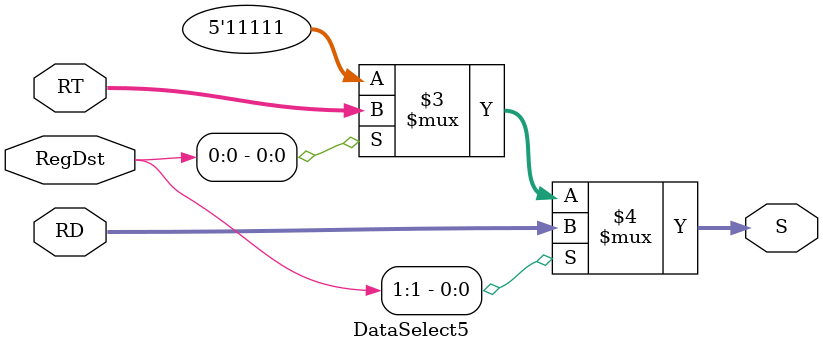
<source format=v>
`timescale 1ns / 1ps


module DataSelect5(
    input [4:0] RT,
    input [4:0] RD,
    input [1:0] RegDst,
    output [4:0] S
    );
    assign S = (RegDst[1] == 1'b1)? RD : ((RegDst[0] == 1'b1)? RT : 5'b11111);
endmodule
</source>
